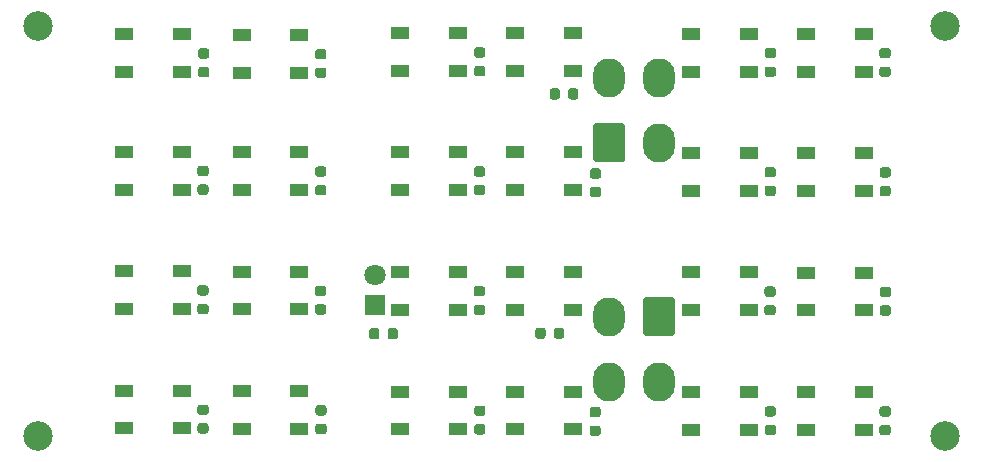
<source format=gbr>
G04 #@! TF.GenerationSoftware,KiCad,Pcbnew,(5.1.6)-1*
G04 #@! TF.CreationDate,2021-02-10T22:16:51+11:00*
G04 #@! TF.ProjectId,Caution_Light_Panel,43617574-696f-46e5-9f4c-696768745f50,rev?*
G04 #@! TF.SameCoordinates,Original*
G04 #@! TF.FileFunction,Soldermask,Top*
G04 #@! TF.FilePolarity,Negative*
%FSLAX46Y46*%
G04 Gerber Fmt 4.6, Leading zero omitted, Abs format (unit mm)*
G04 Created by KiCad (PCBNEW (5.1.6)-1) date 2021-02-10 22:16:51*
%MOMM*%
%LPD*%
G01*
G04 APERTURE LIST*
%ADD10O,2.700000X3.300000*%
%ADD11C,1.800000*%
%ADD12R,1.800000X1.800000*%
%ADD13R,1.500000X1.000000*%
%ADD14C,2.500000*%
G04 APERTURE END LIST*
G36*
G01*
X138782500Y-98916250D02*
X138782500Y-98403750D01*
G75*
G02*
X139001250Y-98185000I218750J0D01*
G01*
X139438750Y-98185000D01*
G75*
G02*
X139657500Y-98403750I0J-218750D01*
G01*
X139657500Y-98916250D01*
G75*
G02*
X139438750Y-99135000I-218750J0D01*
G01*
X139001250Y-99135000D01*
G75*
G02*
X138782500Y-98916250I0J218750D01*
G01*
G37*
G36*
G01*
X137207500Y-98916250D02*
X137207500Y-98403750D01*
G75*
G02*
X137426250Y-98185000I218750J0D01*
G01*
X137863750Y-98185000D01*
G75*
G02*
X138082500Y-98403750I0J-218750D01*
G01*
X138082500Y-98916250D01*
G75*
G02*
X137863750Y-99135000I-218750J0D01*
G01*
X137426250Y-99135000D01*
G75*
G02*
X137207500Y-98916250I0J218750D01*
G01*
G37*
D10*
X157550000Y-102710000D03*
X161750000Y-102710000D03*
X157550000Y-97210000D03*
G36*
G01*
X163100000Y-95810001D02*
X163100000Y-98609999D01*
G75*
G02*
X162849999Y-98860000I-250001J0D01*
G01*
X160650001Y-98860000D01*
G75*
G02*
X160400000Y-98609999I0J250001D01*
G01*
X160400000Y-95810001D01*
G75*
G02*
X160650001Y-95560000I250001J0D01*
G01*
X162849999Y-95560000D01*
G75*
G02*
X163100000Y-95810001I0J-250001D01*
G01*
G37*
X161740000Y-76980000D03*
X157540000Y-76980000D03*
X161740000Y-82480000D03*
G36*
G01*
X156190000Y-83879999D02*
X156190000Y-81080001D01*
G75*
G02*
X156440001Y-80830000I250001J0D01*
G01*
X158639999Y-80830000D01*
G75*
G02*
X158890000Y-81080001I0J-250001D01*
G01*
X158890000Y-83879999D01*
G75*
G02*
X158639999Y-84130000I-250001J0D01*
G01*
X156440001Y-84130000D01*
G75*
G02*
X156190000Y-83879999I0J250001D01*
G01*
G37*
D11*
X137690000Y-93660000D03*
D12*
X137690000Y-96200000D03*
G36*
G01*
X180643750Y-106382500D02*
X181156250Y-106382500D01*
G75*
G02*
X181375000Y-106601250I0J-218750D01*
G01*
X181375000Y-107038750D01*
G75*
G02*
X181156250Y-107257500I-218750J0D01*
G01*
X180643750Y-107257500D01*
G75*
G02*
X180425000Y-107038750I0J218750D01*
G01*
X180425000Y-106601250D01*
G75*
G02*
X180643750Y-106382500I218750J0D01*
G01*
G37*
G36*
G01*
X180643750Y-104807500D02*
X181156250Y-104807500D01*
G75*
G02*
X181375000Y-105026250I0J-218750D01*
G01*
X181375000Y-105463750D01*
G75*
G02*
X181156250Y-105682500I-218750J0D01*
G01*
X180643750Y-105682500D01*
G75*
G02*
X180425000Y-105463750I0J218750D01*
G01*
X180425000Y-105026250D01*
G75*
G02*
X180643750Y-104807500I218750J0D01*
G01*
G37*
G36*
G01*
X170923750Y-106372500D02*
X171436250Y-106372500D01*
G75*
G02*
X171655000Y-106591250I0J-218750D01*
G01*
X171655000Y-107028750D01*
G75*
G02*
X171436250Y-107247500I-218750J0D01*
G01*
X170923750Y-107247500D01*
G75*
G02*
X170705000Y-107028750I0J218750D01*
G01*
X170705000Y-106591250D01*
G75*
G02*
X170923750Y-106372500I218750J0D01*
G01*
G37*
G36*
G01*
X170923750Y-104797500D02*
X171436250Y-104797500D01*
G75*
G02*
X171655000Y-105016250I0J-218750D01*
G01*
X171655000Y-105453750D01*
G75*
G02*
X171436250Y-105672500I-218750J0D01*
G01*
X170923750Y-105672500D01*
G75*
G02*
X170705000Y-105453750I0J218750D01*
G01*
X170705000Y-105016250D01*
G75*
G02*
X170923750Y-104797500I218750J0D01*
G01*
G37*
G36*
G01*
X156093750Y-106432500D02*
X156606250Y-106432500D01*
G75*
G02*
X156825000Y-106651250I0J-218750D01*
G01*
X156825000Y-107088750D01*
G75*
G02*
X156606250Y-107307500I-218750J0D01*
G01*
X156093750Y-107307500D01*
G75*
G02*
X155875000Y-107088750I0J218750D01*
G01*
X155875000Y-106651250D01*
G75*
G02*
X156093750Y-106432500I218750J0D01*
G01*
G37*
G36*
G01*
X156093750Y-104857500D02*
X156606250Y-104857500D01*
G75*
G02*
X156825000Y-105076250I0J-218750D01*
G01*
X156825000Y-105513750D01*
G75*
G02*
X156606250Y-105732500I-218750J0D01*
G01*
X156093750Y-105732500D01*
G75*
G02*
X155875000Y-105513750I0J218750D01*
G01*
X155875000Y-105076250D01*
G75*
G02*
X156093750Y-104857500I218750J0D01*
G01*
G37*
G36*
G01*
X146333750Y-106322500D02*
X146846250Y-106322500D01*
G75*
G02*
X147065000Y-106541250I0J-218750D01*
G01*
X147065000Y-106978750D01*
G75*
G02*
X146846250Y-107197500I-218750J0D01*
G01*
X146333750Y-107197500D01*
G75*
G02*
X146115000Y-106978750I0J218750D01*
G01*
X146115000Y-106541250D01*
G75*
G02*
X146333750Y-106322500I218750J0D01*
G01*
G37*
G36*
G01*
X146333750Y-104747500D02*
X146846250Y-104747500D01*
G75*
G02*
X147065000Y-104966250I0J-218750D01*
G01*
X147065000Y-105403750D01*
G75*
G02*
X146846250Y-105622500I-218750J0D01*
G01*
X146333750Y-105622500D01*
G75*
G02*
X146115000Y-105403750I0J218750D01*
G01*
X146115000Y-104966250D01*
G75*
G02*
X146333750Y-104747500I218750J0D01*
G01*
G37*
G36*
G01*
X132883750Y-106292500D02*
X133396250Y-106292500D01*
G75*
G02*
X133615000Y-106511250I0J-218750D01*
G01*
X133615000Y-106948750D01*
G75*
G02*
X133396250Y-107167500I-218750J0D01*
G01*
X132883750Y-107167500D01*
G75*
G02*
X132665000Y-106948750I0J218750D01*
G01*
X132665000Y-106511250D01*
G75*
G02*
X132883750Y-106292500I218750J0D01*
G01*
G37*
G36*
G01*
X132883750Y-104717500D02*
X133396250Y-104717500D01*
G75*
G02*
X133615000Y-104936250I0J-218750D01*
G01*
X133615000Y-105373750D01*
G75*
G02*
X133396250Y-105592500I-218750J0D01*
G01*
X132883750Y-105592500D01*
G75*
G02*
X132665000Y-105373750I0J218750D01*
G01*
X132665000Y-104936250D01*
G75*
G02*
X132883750Y-104717500I218750J0D01*
G01*
G37*
G36*
G01*
X122893750Y-106242500D02*
X123406250Y-106242500D01*
G75*
G02*
X123625000Y-106461250I0J-218750D01*
G01*
X123625000Y-106898750D01*
G75*
G02*
X123406250Y-107117500I-218750J0D01*
G01*
X122893750Y-107117500D01*
G75*
G02*
X122675000Y-106898750I0J218750D01*
G01*
X122675000Y-106461250D01*
G75*
G02*
X122893750Y-106242500I218750J0D01*
G01*
G37*
G36*
G01*
X122893750Y-104667500D02*
X123406250Y-104667500D01*
G75*
G02*
X123625000Y-104886250I0J-218750D01*
G01*
X123625000Y-105323750D01*
G75*
G02*
X123406250Y-105542500I-218750J0D01*
G01*
X122893750Y-105542500D01*
G75*
G02*
X122675000Y-105323750I0J218750D01*
G01*
X122675000Y-104886250D01*
G75*
G02*
X122893750Y-104667500I218750J0D01*
G01*
G37*
G36*
G01*
X180673750Y-96252500D02*
X181186250Y-96252500D01*
G75*
G02*
X181405000Y-96471250I0J-218750D01*
G01*
X181405000Y-96908750D01*
G75*
G02*
X181186250Y-97127500I-218750J0D01*
G01*
X180673750Y-97127500D01*
G75*
G02*
X180455000Y-96908750I0J218750D01*
G01*
X180455000Y-96471250D01*
G75*
G02*
X180673750Y-96252500I218750J0D01*
G01*
G37*
G36*
G01*
X180673750Y-94677500D02*
X181186250Y-94677500D01*
G75*
G02*
X181405000Y-94896250I0J-218750D01*
G01*
X181405000Y-95333750D01*
G75*
G02*
X181186250Y-95552500I-218750J0D01*
G01*
X180673750Y-95552500D01*
G75*
G02*
X180455000Y-95333750I0J218750D01*
G01*
X180455000Y-94896250D01*
G75*
G02*
X180673750Y-94677500I218750J0D01*
G01*
G37*
G36*
G01*
X170903750Y-96232500D02*
X171416250Y-96232500D01*
G75*
G02*
X171635000Y-96451250I0J-218750D01*
G01*
X171635000Y-96888750D01*
G75*
G02*
X171416250Y-97107500I-218750J0D01*
G01*
X170903750Y-97107500D01*
G75*
G02*
X170685000Y-96888750I0J218750D01*
G01*
X170685000Y-96451250D01*
G75*
G02*
X170903750Y-96232500I218750J0D01*
G01*
G37*
G36*
G01*
X170903750Y-94657500D02*
X171416250Y-94657500D01*
G75*
G02*
X171635000Y-94876250I0J-218750D01*
G01*
X171635000Y-95313750D01*
G75*
G02*
X171416250Y-95532500I-218750J0D01*
G01*
X170903750Y-95532500D01*
G75*
G02*
X170685000Y-95313750I0J218750D01*
G01*
X170685000Y-94876250D01*
G75*
G02*
X170903750Y-94657500I218750J0D01*
G01*
G37*
G36*
G01*
X152852500Y-98876250D02*
X152852500Y-98363750D01*
G75*
G02*
X153071250Y-98145000I218750J0D01*
G01*
X153508750Y-98145000D01*
G75*
G02*
X153727500Y-98363750I0J-218750D01*
G01*
X153727500Y-98876250D01*
G75*
G02*
X153508750Y-99095000I-218750J0D01*
G01*
X153071250Y-99095000D01*
G75*
G02*
X152852500Y-98876250I0J218750D01*
G01*
G37*
G36*
G01*
X151277500Y-98876250D02*
X151277500Y-98363750D01*
G75*
G02*
X151496250Y-98145000I218750J0D01*
G01*
X151933750Y-98145000D01*
G75*
G02*
X152152500Y-98363750I0J-218750D01*
G01*
X152152500Y-98876250D01*
G75*
G02*
X151933750Y-99095000I-218750J0D01*
G01*
X151496250Y-99095000D01*
G75*
G02*
X151277500Y-98876250I0J218750D01*
G01*
G37*
G36*
G01*
X146293750Y-96202500D02*
X146806250Y-96202500D01*
G75*
G02*
X147025000Y-96421250I0J-218750D01*
G01*
X147025000Y-96858750D01*
G75*
G02*
X146806250Y-97077500I-218750J0D01*
G01*
X146293750Y-97077500D01*
G75*
G02*
X146075000Y-96858750I0J218750D01*
G01*
X146075000Y-96421250D01*
G75*
G02*
X146293750Y-96202500I218750J0D01*
G01*
G37*
G36*
G01*
X146293750Y-94627500D02*
X146806250Y-94627500D01*
G75*
G02*
X147025000Y-94846250I0J-218750D01*
G01*
X147025000Y-95283750D01*
G75*
G02*
X146806250Y-95502500I-218750J0D01*
G01*
X146293750Y-95502500D01*
G75*
G02*
X146075000Y-95283750I0J218750D01*
G01*
X146075000Y-94846250D01*
G75*
G02*
X146293750Y-94627500I218750J0D01*
G01*
G37*
G36*
G01*
X132843750Y-96162500D02*
X133356250Y-96162500D01*
G75*
G02*
X133575000Y-96381250I0J-218750D01*
G01*
X133575000Y-96818750D01*
G75*
G02*
X133356250Y-97037500I-218750J0D01*
G01*
X132843750Y-97037500D01*
G75*
G02*
X132625000Y-96818750I0J218750D01*
G01*
X132625000Y-96381250D01*
G75*
G02*
X132843750Y-96162500I218750J0D01*
G01*
G37*
G36*
G01*
X132843750Y-94587500D02*
X133356250Y-94587500D01*
G75*
G02*
X133575000Y-94806250I0J-218750D01*
G01*
X133575000Y-95243750D01*
G75*
G02*
X133356250Y-95462500I-218750J0D01*
G01*
X132843750Y-95462500D01*
G75*
G02*
X132625000Y-95243750I0J218750D01*
G01*
X132625000Y-94806250D01*
G75*
G02*
X132843750Y-94587500I218750J0D01*
G01*
G37*
G36*
G01*
X122883750Y-96132500D02*
X123396250Y-96132500D01*
G75*
G02*
X123615000Y-96351250I0J-218750D01*
G01*
X123615000Y-96788750D01*
G75*
G02*
X123396250Y-97007500I-218750J0D01*
G01*
X122883750Y-97007500D01*
G75*
G02*
X122665000Y-96788750I0J218750D01*
G01*
X122665000Y-96351250D01*
G75*
G02*
X122883750Y-96132500I218750J0D01*
G01*
G37*
G36*
G01*
X122883750Y-94557500D02*
X123396250Y-94557500D01*
G75*
G02*
X123615000Y-94776250I0J-218750D01*
G01*
X123615000Y-95213750D01*
G75*
G02*
X123396250Y-95432500I-218750J0D01*
G01*
X122883750Y-95432500D01*
G75*
G02*
X122665000Y-95213750I0J218750D01*
G01*
X122665000Y-94776250D01*
G75*
G02*
X122883750Y-94557500I218750J0D01*
G01*
G37*
G36*
G01*
X180653750Y-86142500D02*
X181166250Y-86142500D01*
G75*
G02*
X181385000Y-86361250I0J-218750D01*
G01*
X181385000Y-86798750D01*
G75*
G02*
X181166250Y-87017500I-218750J0D01*
G01*
X180653750Y-87017500D01*
G75*
G02*
X180435000Y-86798750I0J218750D01*
G01*
X180435000Y-86361250D01*
G75*
G02*
X180653750Y-86142500I218750J0D01*
G01*
G37*
G36*
G01*
X180653750Y-84567500D02*
X181166250Y-84567500D01*
G75*
G02*
X181385000Y-84786250I0J-218750D01*
G01*
X181385000Y-85223750D01*
G75*
G02*
X181166250Y-85442500I-218750J0D01*
G01*
X180653750Y-85442500D01*
G75*
G02*
X180435000Y-85223750I0J218750D01*
G01*
X180435000Y-84786250D01*
G75*
G02*
X180653750Y-84567500I218750J0D01*
G01*
G37*
G36*
G01*
X170923750Y-86132500D02*
X171436250Y-86132500D01*
G75*
G02*
X171655000Y-86351250I0J-218750D01*
G01*
X171655000Y-86788750D01*
G75*
G02*
X171436250Y-87007500I-218750J0D01*
G01*
X170923750Y-87007500D01*
G75*
G02*
X170705000Y-86788750I0J218750D01*
G01*
X170705000Y-86351250D01*
G75*
G02*
X170923750Y-86132500I218750J0D01*
G01*
G37*
G36*
G01*
X170923750Y-84557500D02*
X171436250Y-84557500D01*
G75*
G02*
X171655000Y-84776250I0J-218750D01*
G01*
X171655000Y-85213750D01*
G75*
G02*
X171436250Y-85432500I-218750J0D01*
G01*
X170923750Y-85432500D01*
G75*
G02*
X170705000Y-85213750I0J218750D01*
G01*
X170705000Y-84776250D01*
G75*
G02*
X170923750Y-84557500I218750J0D01*
G01*
G37*
G36*
G01*
X156123750Y-86242500D02*
X156636250Y-86242500D01*
G75*
G02*
X156855000Y-86461250I0J-218750D01*
G01*
X156855000Y-86898750D01*
G75*
G02*
X156636250Y-87117500I-218750J0D01*
G01*
X156123750Y-87117500D01*
G75*
G02*
X155905000Y-86898750I0J218750D01*
G01*
X155905000Y-86461250D01*
G75*
G02*
X156123750Y-86242500I218750J0D01*
G01*
G37*
G36*
G01*
X156123750Y-84667500D02*
X156636250Y-84667500D01*
G75*
G02*
X156855000Y-84886250I0J-218750D01*
G01*
X156855000Y-85323750D01*
G75*
G02*
X156636250Y-85542500I-218750J0D01*
G01*
X156123750Y-85542500D01*
G75*
G02*
X155905000Y-85323750I0J218750D01*
G01*
X155905000Y-84886250D01*
G75*
G02*
X156123750Y-84667500I218750J0D01*
G01*
G37*
G36*
G01*
X146303750Y-86072500D02*
X146816250Y-86072500D01*
G75*
G02*
X147035000Y-86291250I0J-218750D01*
G01*
X147035000Y-86728750D01*
G75*
G02*
X146816250Y-86947500I-218750J0D01*
G01*
X146303750Y-86947500D01*
G75*
G02*
X146085000Y-86728750I0J218750D01*
G01*
X146085000Y-86291250D01*
G75*
G02*
X146303750Y-86072500I218750J0D01*
G01*
G37*
G36*
G01*
X146303750Y-84497500D02*
X146816250Y-84497500D01*
G75*
G02*
X147035000Y-84716250I0J-218750D01*
G01*
X147035000Y-85153750D01*
G75*
G02*
X146816250Y-85372500I-218750J0D01*
G01*
X146303750Y-85372500D01*
G75*
G02*
X146085000Y-85153750I0J218750D01*
G01*
X146085000Y-84716250D01*
G75*
G02*
X146303750Y-84497500I218750J0D01*
G01*
G37*
G36*
G01*
X132863750Y-86072500D02*
X133376250Y-86072500D01*
G75*
G02*
X133595000Y-86291250I0J-218750D01*
G01*
X133595000Y-86728750D01*
G75*
G02*
X133376250Y-86947500I-218750J0D01*
G01*
X132863750Y-86947500D01*
G75*
G02*
X132645000Y-86728750I0J218750D01*
G01*
X132645000Y-86291250D01*
G75*
G02*
X132863750Y-86072500I218750J0D01*
G01*
G37*
G36*
G01*
X132863750Y-84497500D02*
X133376250Y-84497500D01*
G75*
G02*
X133595000Y-84716250I0J-218750D01*
G01*
X133595000Y-85153750D01*
G75*
G02*
X133376250Y-85372500I-218750J0D01*
G01*
X132863750Y-85372500D01*
G75*
G02*
X132645000Y-85153750I0J218750D01*
G01*
X132645000Y-84716250D01*
G75*
G02*
X132863750Y-84497500I218750J0D01*
G01*
G37*
G36*
G01*
X122893750Y-86022500D02*
X123406250Y-86022500D01*
G75*
G02*
X123625000Y-86241250I0J-218750D01*
G01*
X123625000Y-86678750D01*
G75*
G02*
X123406250Y-86897500I-218750J0D01*
G01*
X122893750Y-86897500D01*
G75*
G02*
X122675000Y-86678750I0J218750D01*
G01*
X122675000Y-86241250D01*
G75*
G02*
X122893750Y-86022500I218750J0D01*
G01*
G37*
G36*
G01*
X122893750Y-84447500D02*
X123406250Y-84447500D01*
G75*
G02*
X123625000Y-84666250I0J-218750D01*
G01*
X123625000Y-85103750D01*
G75*
G02*
X123406250Y-85322500I-218750J0D01*
G01*
X122893750Y-85322500D01*
G75*
G02*
X122675000Y-85103750I0J218750D01*
G01*
X122675000Y-84666250D01*
G75*
G02*
X122893750Y-84447500I218750J0D01*
G01*
G37*
G36*
G01*
X180633750Y-76052500D02*
X181146250Y-76052500D01*
G75*
G02*
X181365000Y-76271250I0J-218750D01*
G01*
X181365000Y-76708750D01*
G75*
G02*
X181146250Y-76927500I-218750J0D01*
G01*
X180633750Y-76927500D01*
G75*
G02*
X180415000Y-76708750I0J218750D01*
G01*
X180415000Y-76271250D01*
G75*
G02*
X180633750Y-76052500I218750J0D01*
G01*
G37*
G36*
G01*
X180633750Y-74477500D02*
X181146250Y-74477500D01*
G75*
G02*
X181365000Y-74696250I0J-218750D01*
G01*
X181365000Y-75133750D01*
G75*
G02*
X181146250Y-75352500I-218750J0D01*
G01*
X180633750Y-75352500D01*
G75*
G02*
X180415000Y-75133750I0J218750D01*
G01*
X180415000Y-74696250D01*
G75*
G02*
X180633750Y-74477500I218750J0D01*
G01*
G37*
G36*
G01*
X170933750Y-76042500D02*
X171446250Y-76042500D01*
G75*
G02*
X171665000Y-76261250I0J-218750D01*
G01*
X171665000Y-76698750D01*
G75*
G02*
X171446250Y-76917500I-218750J0D01*
G01*
X170933750Y-76917500D01*
G75*
G02*
X170715000Y-76698750I0J218750D01*
G01*
X170715000Y-76261250D01*
G75*
G02*
X170933750Y-76042500I218750J0D01*
G01*
G37*
G36*
G01*
X170933750Y-74467500D02*
X171446250Y-74467500D01*
G75*
G02*
X171665000Y-74686250I0J-218750D01*
G01*
X171665000Y-75123750D01*
G75*
G02*
X171446250Y-75342500I-218750J0D01*
G01*
X170933750Y-75342500D01*
G75*
G02*
X170715000Y-75123750I0J218750D01*
G01*
X170715000Y-74686250D01*
G75*
G02*
X170933750Y-74467500I218750J0D01*
G01*
G37*
G36*
G01*
X154062500Y-78616250D02*
X154062500Y-78103750D01*
G75*
G02*
X154281250Y-77885000I218750J0D01*
G01*
X154718750Y-77885000D01*
G75*
G02*
X154937500Y-78103750I0J-218750D01*
G01*
X154937500Y-78616250D01*
G75*
G02*
X154718750Y-78835000I-218750J0D01*
G01*
X154281250Y-78835000D01*
G75*
G02*
X154062500Y-78616250I0J218750D01*
G01*
G37*
G36*
G01*
X152487500Y-78616250D02*
X152487500Y-78103750D01*
G75*
G02*
X152706250Y-77885000I218750J0D01*
G01*
X153143750Y-77885000D01*
G75*
G02*
X153362500Y-78103750I0J-218750D01*
G01*
X153362500Y-78616250D01*
G75*
G02*
X153143750Y-78835000I-218750J0D01*
G01*
X152706250Y-78835000D01*
G75*
G02*
X152487500Y-78616250I0J218750D01*
G01*
G37*
G36*
G01*
X146323750Y-75992500D02*
X146836250Y-75992500D01*
G75*
G02*
X147055000Y-76211250I0J-218750D01*
G01*
X147055000Y-76648750D01*
G75*
G02*
X146836250Y-76867500I-218750J0D01*
G01*
X146323750Y-76867500D01*
G75*
G02*
X146105000Y-76648750I0J218750D01*
G01*
X146105000Y-76211250D01*
G75*
G02*
X146323750Y-75992500I218750J0D01*
G01*
G37*
G36*
G01*
X146323750Y-74417500D02*
X146836250Y-74417500D01*
G75*
G02*
X147055000Y-74636250I0J-218750D01*
G01*
X147055000Y-75073750D01*
G75*
G02*
X146836250Y-75292500I-218750J0D01*
G01*
X146323750Y-75292500D01*
G75*
G02*
X146105000Y-75073750I0J218750D01*
G01*
X146105000Y-74636250D01*
G75*
G02*
X146323750Y-74417500I218750J0D01*
G01*
G37*
G36*
G01*
X132863750Y-76132500D02*
X133376250Y-76132500D01*
G75*
G02*
X133595000Y-76351250I0J-218750D01*
G01*
X133595000Y-76788750D01*
G75*
G02*
X133376250Y-77007500I-218750J0D01*
G01*
X132863750Y-77007500D01*
G75*
G02*
X132645000Y-76788750I0J218750D01*
G01*
X132645000Y-76351250D01*
G75*
G02*
X132863750Y-76132500I218750J0D01*
G01*
G37*
G36*
G01*
X132863750Y-74557500D02*
X133376250Y-74557500D01*
G75*
G02*
X133595000Y-74776250I0J-218750D01*
G01*
X133595000Y-75213750D01*
G75*
G02*
X133376250Y-75432500I-218750J0D01*
G01*
X132863750Y-75432500D01*
G75*
G02*
X132645000Y-75213750I0J218750D01*
G01*
X132645000Y-74776250D01*
G75*
G02*
X132863750Y-74557500I218750J0D01*
G01*
G37*
G36*
G01*
X122953750Y-76072500D02*
X123466250Y-76072500D01*
G75*
G02*
X123685000Y-76291250I0J-218750D01*
G01*
X123685000Y-76728750D01*
G75*
G02*
X123466250Y-76947500I-218750J0D01*
G01*
X122953750Y-76947500D01*
G75*
G02*
X122735000Y-76728750I0J218750D01*
G01*
X122735000Y-76291250D01*
G75*
G02*
X122953750Y-76072500I218750J0D01*
G01*
G37*
G36*
G01*
X122953750Y-74497500D02*
X123466250Y-74497500D01*
G75*
G02*
X123685000Y-74716250I0J-218750D01*
G01*
X123685000Y-75153750D01*
G75*
G02*
X123466250Y-75372500I-218750J0D01*
G01*
X122953750Y-75372500D01*
G75*
G02*
X122735000Y-75153750I0J218750D01*
G01*
X122735000Y-74716250D01*
G75*
G02*
X122953750Y-74497500I218750J0D01*
G01*
G37*
D13*
X116438000Y-73270000D03*
X116438000Y-76470000D03*
X121338000Y-73270000D03*
X121338000Y-76470000D03*
X174195000Y-73298400D03*
X174195000Y-76498400D03*
X179095000Y-73298400D03*
X179095000Y-76498400D03*
X174195000Y-103626000D03*
X174195000Y-106826000D03*
X179095000Y-103626000D03*
X179095000Y-106826000D03*
X164445000Y-103606000D03*
X164445000Y-106806000D03*
X169345000Y-103606000D03*
X169345000Y-106806000D03*
X149601000Y-103556000D03*
X149601000Y-106756000D03*
X154501000Y-103556000D03*
X154501000Y-106756000D03*
X139859000Y-103556000D03*
X139859000Y-106756000D03*
X144759000Y-103556000D03*
X144759000Y-106756000D03*
X126410000Y-103530000D03*
X126410000Y-106730000D03*
X131310000Y-103530000D03*
X131310000Y-106730000D03*
X116438000Y-103480000D03*
X116438000Y-106680000D03*
X121338000Y-103480000D03*
X121338000Y-106680000D03*
X174195000Y-93491200D03*
X174195000Y-96691200D03*
X179095000Y-93491200D03*
X179095000Y-96691200D03*
X164445000Y-93471400D03*
X164445000Y-96671400D03*
X169345000Y-93471400D03*
X169345000Y-96671400D03*
X149601000Y-93446800D03*
X149601000Y-96646800D03*
X154501000Y-93446800D03*
X154501000Y-96646800D03*
X139859000Y-93446600D03*
X139859000Y-96646600D03*
X144759000Y-93446600D03*
X144759000Y-96646600D03*
X126410000Y-93395800D03*
X126410000Y-96595800D03*
X131310000Y-93395800D03*
X131310000Y-96595800D03*
X116438000Y-93371200D03*
X116438000Y-96571200D03*
X121338000Y-93371200D03*
X121338000Y-96571200D03*
X174195000Y-83382200D03*
X174195000Y-86582200D03*
X179095000Y-83382200D03*
X179095000Y-86582200D03*
X164445000Y-83362200D03*
X164445000Y-86562200D03*
X169345000Y-83362200D03*
X169345000Y-86562200D03*
X149601000Y-83312000D03*
X149601000Y-86512000D03*
X154501000Y-83312000D03*
X154501000Y-86512000D03*
X139859000Y-83312000D03*
X139859000Y-86512000D03*
X144759000Y-83312000D03*
X144759000Y-86512000D03*
X126410000Y-83312200D03*
X126410000Y-86512200D03*
X131310000Y-83312200D03*
X131310000Y-86512200D03*
X116438000Y-83262000D03*
X116438000Y-86462000D03*
X121338000Y-83262000D03*
X121338000Y-86462000D03*
X164445000Y-73278400D03*
X164445000Y-76478400D03*
X169345000Y-73278400D03*
X169345000Y-76478400D03*
X149601000Y-73228400D03*
X149601000Y-76428400D03*
X154501000Y-73228400D03*
X154501000Y-76428400D03*
X139859000Y-73228400D03*
X139859000Y-76428400D03*
X144759000Y-73228400D03*
X144759000Y-76428400D03*
X126410000Y-73370000D03*
X126410000Y-76570000D03*
X131310000Y-73370000D03*
X131310000Y-76570000D03*
D14*
X109195000Y-72600400D03*
X185995000Y-72600400D03*
X109195000Y-107340000D03*
X185995000Y-107340000D03*
M02*

</source>
